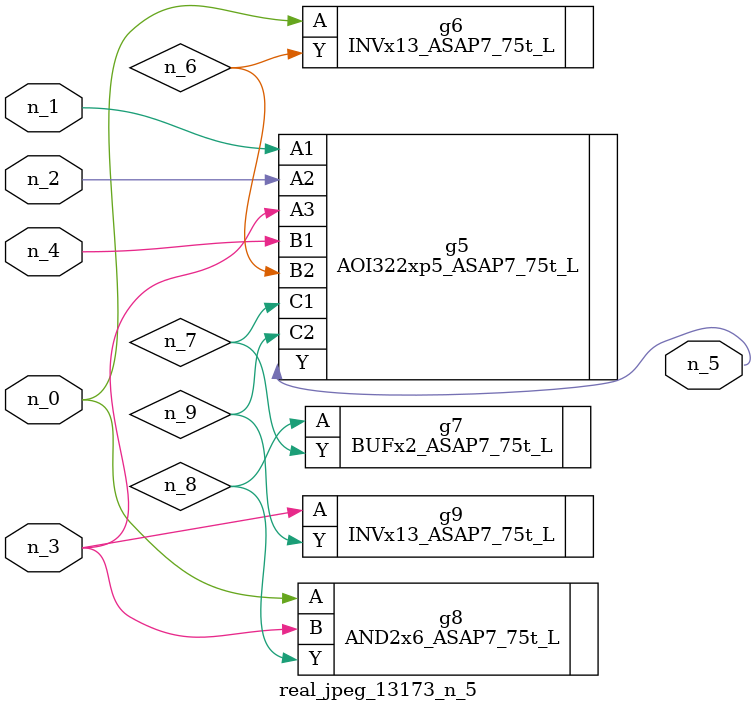
<source format=v>
module real_jpeg_13173_n_5 (n_4, n_0, n_1, n_2, n_3, n_5);

input n_4;
input n_0;
input n_1;
input n_2;
input n_3;

output n_5;

wire n_8;
wire n_6;
wire n_7;
wire n_9;

INVx13_ASAP7_75t_L g6 ( 
.A(n_0),
.Y(n_6)
);

AND2x6_ASAP7_75t_L g8 ( 
.A(n_0),
.B(n_3),
.Y(n_8)
);

AOI322xp5_ASAP7_75t_L g5 ( 
.A1(n_1),
.A2(n_2),
.A3(n_3),
.B1(n_4),
.B2(n_6),
.C1(n_7),
.C2(n_9),
.Y(n_5)
);

INVx13_ASAP7_75t_L g9 ( 
.A(n_3),
.Y(n_9)
);

BUFx2_ASAP7_75t_L g7 ( 
.A(n_8),
.Y(n_7)
);


endmodule
</source>
